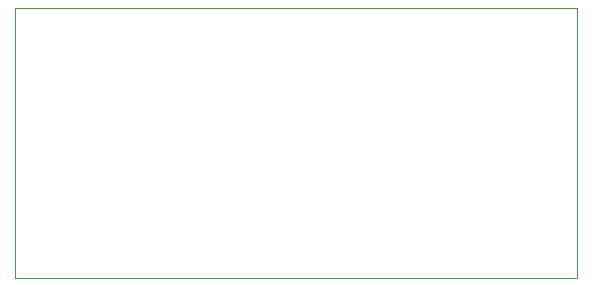
<source format=gbr>
G04 #@! TF.GenerationSoftware,KiCad,Pcbnew,5.1.2-f72e74a~84~ubuntu18.04.1*
G04 #@! TF.CreationDate,2019-06-21T19:35:54+10:00*
G04 #@! TF.ProjectId,axis-encoder,61786973-2d65-46e6-936f-6465722e6b69,21/06/19*
G04 #@! TF.SameCoordinates,Original*
G04 #@! TF.FileFunction,Profile,NP*
%FSLAX46Y46*%
G04 Gerber Fmt 4.6, Leading zero omitted, Abs format (unit mm)*
G04 Created by KiCad (PCBNEW 5.1.2-f72e74a~84~ubuntu18.04.1) date 2019-06-21 19:35:54*
%MOMM*%
%LPD*%
G04 APERTURE LIST*
%ADD10C,0.050000*%
%ADD11C,0.100000*%
G04 APERTURE END LIST*
D10*
X121920000Y-86360000D02*
X121920000Y-109220000D01*
D11*
X121920000Y-86360000D02*
X169545000Y-86360000D01*
X169545000Y-109220000D02*
X121920000Y-109220000D01*
X169545000Y-86360000D02*
X169545000Y-109220000D01*
M02*

</source>
